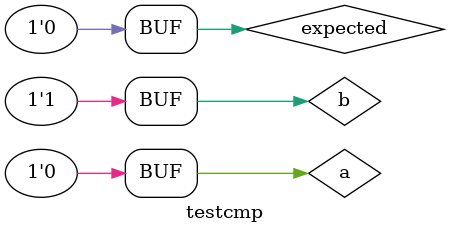
<source format=v>
module testcmp;
    reg a, b;
    wire q;
    reg expected;

    greater_than cmp (.a(a), .b(b), .q(q));

    initial
        begin
            #0      a=1; b=0; expected=1;
            #10     a=0; b=1; expected=0;
            #10     a=1; b=0; expected=1;
            #10     a=0; b=1; expected=0;
        end
    initial
        $monitor(
            "a=%b b=%b q=%b, expected out=%b time=%d",
            a, b, q, expected, $time);

endmodule // testcmp

</source>
